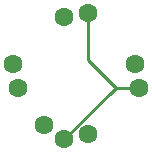
<source format=gtl>
%TF.GenerationSoftware,KiCad,Pcbnew,7.0.5*%
%TF.CreationDate,2023-06-18T14:53:09+02:00*%
%TF.ProjectId,RKJXM1015004_Angled,524b4a58-4d31-4303-9135-3030345f416e,rev?*%
%TF.SameCoordinates,Original*%
%TF.FileFunction,Copper,L1,Top*%
%TF.FilePolarity,Positive*%
%FSLAX46Y46*%
G04 Gerber Fmt 4.6, Leading zero omitted, Abs format (unit mm)*
G04 Created by KiCad (PCBNEW 7.0.5) date 2023-06-18 14:53:09*
%MOMM*%
%LPD*%
G01*
G04 APERTURE LIST*
%TA.AperFunction,ComponentPad*%
%ADD10C,1.600000*%
%TD*%
%TA.AperFunction,Conductor*%
%ADD11C,0.250000*%
%TD*%
G04 APERTURE END LIST*
D10*
X36264466Y-36650000D03*
X37964466Y-37850000D03*
X44314466Y-33500000D03*
X39964466Y-27150000D03*
X33614466Y-31500000D03*
X43914466Y-31500000D03*
X37964466Y-27550000D03*
X34014466Y-33500000D03*
X39964466Y-37450000D03*
D11*
X42314466Y-33500000D02*
X44314466Y-33500000D01*
X37964466Y-37850000D02*
X42314466Y-33500000D01*
X39964466Y-31150000D02*
X42314466Y-33500000D01*
X39964466Y-27150000D02*
X39964466Y-31150000D01*
M02*

</source>
